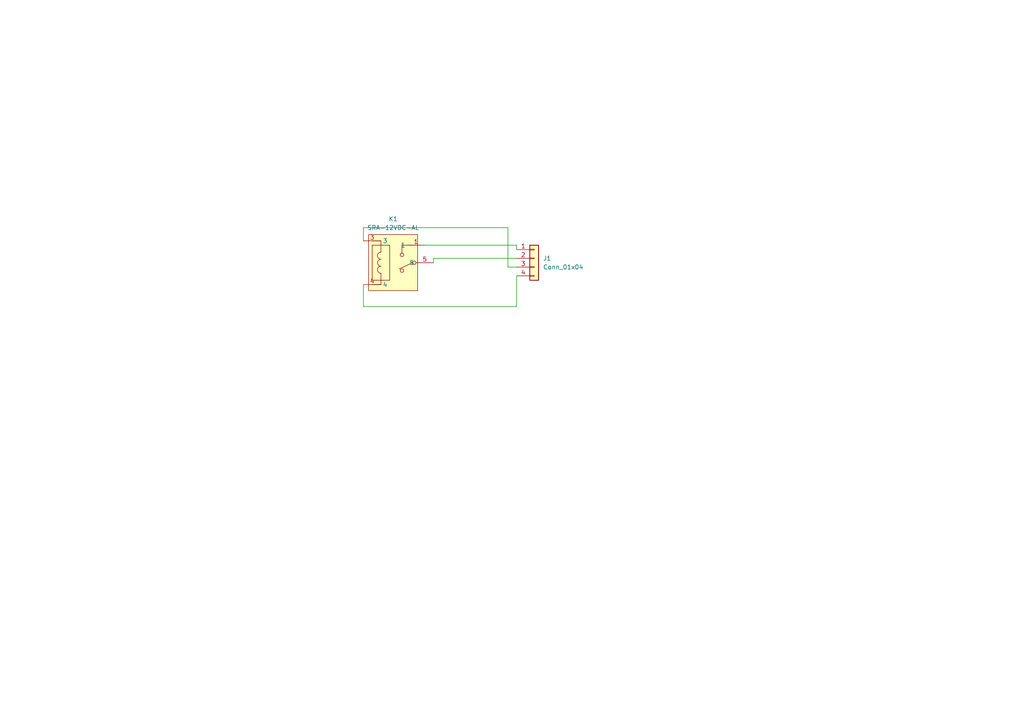
<source format=kicad_sch>
(kicad_sch (version 20231120) (generator "eeschema") (generator_version "8.0")
  (paper "A4")
  (lib_symbols
    (symbol "Connector_Generic:Conn_01x04" (pin_names (offset 1.016) hide)
      (property "Reference" "J" (at 0 5.08 0))
      (property "Value" "Conn_01x04" (at 0 -7.62 0))
      (symbol "Conn_01x04_1_1"
        (rectangle (start -1.27 -4.953) (end 0 -5.207) (stroke (width 0.1524)))
        (rectangle (start -1.27 -2.413) (end 0 -2.667) (stroke (width 0.1524)))
        (rectangle (start -1.27 0.127) (end 0 -0.127) (stroke (width 0.1524)))
        (rectangle (start -1.27 2.667) (end 0 2.413) (stroke (width 0.1524)))
        (rectangle (start -1.27 3.81) (end 1.27 -6.35) (stroke (width 0.254)) (fill (type background)))
        (pin passive line (at -5.08 2.54 0) (length 3.81) (name "Pin_1") (number "1"))
        (pin passive line (at -5.08 0 0) (length 3.81) (name "Pin_2") (number "2"))
        (pin passive line (at -5.08 -2.54 0) (length 3.81) (name "Pin_3") (number "3"))
        (pin passive line (at -5.08 -5.08 0) (length 3.81) (name "Pin_4") (number "4"))
      )
    )
    (symbol "easyeda2kicad:SRA-12VDC-AL"
      (property "Reference" "K" (at 0 11.43 0))
      (property "Value" "SRA-12VDC-AL" (at 0 -11.43 0))
      (symbol "SRA-12VDC-AL_0_1"
        (rectangle (start -8.64 8.13) (end 5.59 -8.13) (fill (type background)))
        (rectangle (start -7.62 5.08) (end -2.54 -5.08) (fill (type background)))
        (arc (start -5.08 -1.02) (mid -6.0857 -2.035) (end -5.08 -3.05))
        (arc (start -5.08 1.02) (mid -6.0621 0) (end -5.08 -1.02))
        (arc (start -5.08 3.05) (mid -6.0857 2.035) (end -5.08 1.02))
        (polyline (pts (xy 0.25 -1.78) (xy 4.06 0)))
        (polyline (pts (xy -5.08 -3.05) (xy -5.08 -6.35) (xy -7.62 -6.35)))
        (polyline (pts (xy -5.08 3.05) (xy -5.08 6.35) (xy -7.62 6.35)))
        (polyline (pts (xy 1.02 2.79) (xy 1.02 5.08) (xy 4.32 5.08)))
        (circle (center 1.02 -2.29) (radius 0.51))
        (circle (center 1.02 2.29) (radius 0.51))
        (circle (center 4.57 0) (radius 0.51))
        (pin unspecified line (at 7.62 5.08 180) (length 5.08) (name "1") (number "1"))
        (pin unspecified line (at -10.16 6.35 0) (length 5.08) (name "3") (number "3"))
        (pin unspecified line (at -10.16 -6.35 0) (length 5.08) (name "4") (number "4"))
        (pin unspecified line (at 10.16 0 180) (length 5.08) (name "5") (number "5"))
      )
    )
  )
  (wire (pts (xy 105.41 88.9) (xy 105.41 82.55)))
  (wire (pts (xy 123.19 71.12) (xy 149.86 71.12)))
  (wire (pts (xy 149.86 71.12) (xy 149.86 72.39)))
  (wire (pts (xy 147.32 77.47) (xy 149.86 77.47)))
  (wire (pts (xy 149.86 80.01) (xy 149.86 88.9)))
  (wire (pts (xy 149.86 74.93) (xy 125.73 74.93)))
  (wire (pts (xy 149.86 88.9) (xy 105.41 88.9)))
  (wire (pts (xy 105.41 69.85) (xy 105.41 66.04)))
  (wire (pts (xy 105.41 66.04) (xy 147.32 66.04)))
  (wire (pts (xy 147.32 66.04) (xy 147.32 77.47)))
  (wire (pts (xy 125.73 74.93) (xy 125.73 76.2)))
  (symbol (lib_id "Connector_Generic:Conn_01x04") (at 154.94 74.93 0) (unit 1)
    (property "Reference" "J1" (at 157.48 74.9299 0) (effects (justify left)))
    (property "Value" "Conn_01x04" (at 157.48 77.4699 0) (effects (justify left)))
    (property "Footprint" "Connector_PinSocket_2.54mm:PinSocket_1x04_P2.54mm_Vertical" (effects (hide yes)))
    (property "Description" "Generic connector, single row, 01x04, script generated (kicad-library-utils/schlib/autogen/connector/)" (effects (hide yes)))
  )
  (symbol (lib_id "easyeda2kicad:SRA-12VDC-AL") (at 115.57 76.2 0) (unit 1)
    (property "Reference" "K1" (at 114.045 63.5 0))
    (property "Value" "SRA-12VDC-AL" (at 114.045 66.04 0))
    (property "Footprint" "easyeda2kicad:RELAY-TH_SRA-XXVDC-AL" (effects (hide yes)))
    (property "Datasheet" "https://lcsc.com/product-detail/Relays_SRA-12VDC-AL_C86414.html" (effects (hide yes)))
    (property "LCSC Part" "C86414" (effects (hide yes)))
  )
)
</source>
